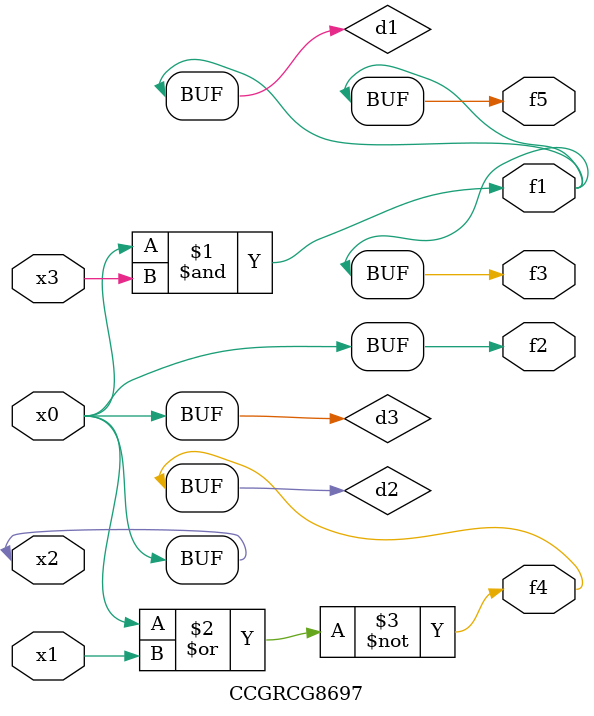
<source format=v>
module CCGRCG8697(
	input x0, x1, x2, x3,
	output f1, f2, f3, f4, f5
);

	wire d1, d2, d3;

	and (d1, x2, x3);
	nor (d2, x0, x1);
	buf (d3, x0, x2);
	assign f1 = d1;
	assign f2 = d3;
	assign f3 = d1;
	assign f4 = d2;
	assign f5 = d1;
endmodule

</source>
